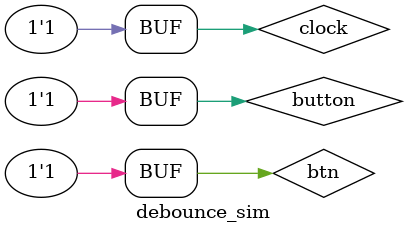
<source format=v>
`timescale 1ns / 1ps


module debounce_sim(

    );
    
    wire button, out;
    reg clock= 1'b0;
    reg btn = 1'b0;
    assign button = btn;
    
    debounce d_btn (.clk(clock), .button(button), .out(out));
    
    always begin
        #5000
        clock = 1'b0;
        #5000
        clock = 1'b1;
    end
    
    always begin
        #700
        btn = 1'b0;
        #700
        btn = 1'b1;
    end
    
    
    
endmodule

</source>
